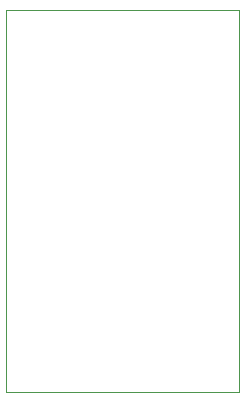
<source format=gbr>
%TF.GenerationSoftware,KiCad,Pcbnew,(5.1.8)-1*%
%TF.CreationDate,2021-01-29T11:55:22+09:00*%
%TF.ProjectId,REF_TWELITE_REVF_ANT,5245465f-5457-4454-9c49-54455f524556,rev?*%
%TF.SameCoordinates,Original*%
%TF.FileFunction,Profile,NP*%
%FSLAX46Y46*%
G04 Gerber Fmt 4.6, Leading zero omitted, Abs format (unit mm)*
G04 Created by KiCad (PCBNEW (5.1.8)-1) date 2021-01-29 11:55:22*
%MOMM*%
%LPD*%
G01*
G04 APERTURE LIST*
%TA.AperFunction,Profile*%
%ADD10C,0.050000*%
%TD*%
G04 APERTURE END LIST*
D10*
X103505000Y-57785000D02*
X103505000Y-90170000D01*
X123190000Y-57785000D02*
X103505000Y-57785000D01*
X123190000Y-90170000D02*
X123190000Y-57785000D01*
X103505000Y-90170000D02*
X123190000Y-90170000D01*
M02*

</source>
